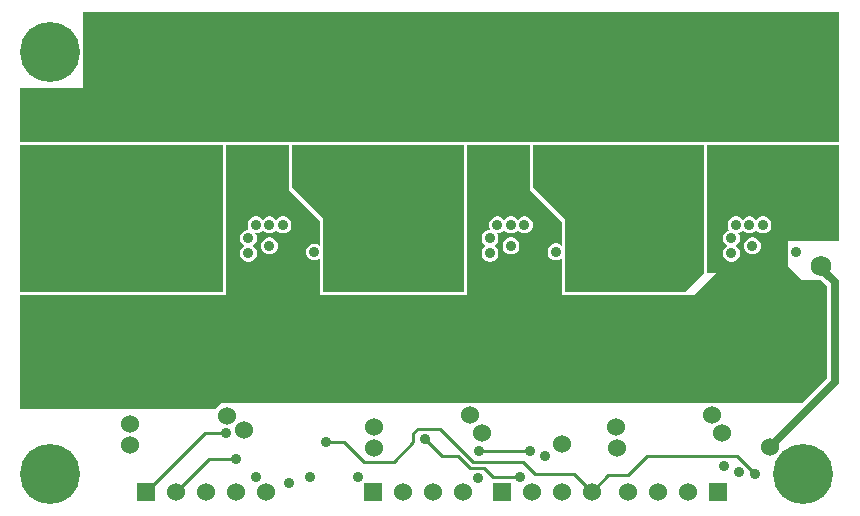
<source format=gbr>
G04 start of page 4 for group 2 idx 2 *
G04 Title: power, signal3 *
G04 Creator: pcb 20140316 *
G04 CreationDate: Tue 06 Jun 2017 06:55:07 AM GMT UTC *
G04 For: brian *
G04 Format: Gerber/RS-274X *
G04 PCB-Dimensions (mil): 6000.00 5000.00 *
G04 PCB-Coordinate-Origin: lower left *
%MOIN*%
%FSLAX25Y25*%
%LNGROUP2*%
%ADD64C,0.0485*%
%ADD63C,0.1770*%
%ADD62C,0.0380*%
%ADD61C,0.0118*%
%ADD60C,0.0200*%
%ADD59C,0.0350*%
%ADD58C,0.0360*%
%ADD57C,0.0685*%
%ADD56C,0.2000*%
%ADD55C,0.0600*%
%ADD54C,0.0318*%
%ADD53C,0.0250*%
%ADD52C,0.0550*%
%ADD51C,0.0100*%
%ADD50C,0.0001*%
G54D50*G36*
X354000Y393000D02*X81000D01*
Y411000D01*
X102000D01*
Y436500D01*
X354000D01*
Y393000D01*
G37*
G36*
X341500Y347000D02*X348000D01*
X350000Y345000D01*
Y314500D01*
X341500Y306000D01*
X148000D01*
X146000Y304000D01*
X81000D01*
Y342000D01*
X305500D01*
X315500Y352000D01*
X336500D01*
X341500Y347000D01*
G37*
G36*
X171500Y378000D02*Y392000D01*
X229000D01*
Y343000D01*
X182000D01*
Y367500D01*
X171500Y378000D01*
G37*
G36*
X81000Y343000D02*Y392000D01*
X148500D01*
Y343000D01*
X81000D01*
G37*
G36*
X163996Y392000D02*X170500D01*
Y377000D01*
X181000Y366500D01*
Y358411D01*
X180986Y358427D01*
X180651Y358713D01*
X180275Y358943D01*
X179868Y359112D01*
X179439Y359215D01*
X179000Y359250D01*
X178561Y359215D01*
X178132Y359112D01*
X177725Y358943D01*
X177349Y358713D01*
X177014Y358427D01*
X176728Y358092D01*
X176497Y357716D01*
X176329Y357309D01*
X176226Y356880D01*
X176191Y356441D01*
X176226Y356002D01*
X176329Y355573D01*
X176497Y355166D01*
X176728Y354790D01*
X177014Y354455D01*
X177349Y354169D01*
X177725Y353938D01*
X178132Y353770D01*
X178561Y353667D01*
X179000Y353632D01*
X179439Y353667D01*
X179868Y353770D01*
X180275Y353938D01*
X180651Y354169D01*
X180986Y354455D01*
X181000Y354471D01*
Y342000D01*
X163996D01*
Y355692D01*
X164000Y355691D01*
X164439Y355726D01*
X164868Y355829D01*
X165275Y355997D01*
X165651Y356228D01*
X165986Y356514D01*
X166272Y356849D01*
X166503Y357225D01*
X166671Y357632D01*
X166774Y358061D01*
X166800Y358500D01*
X166774Y358939D01*
X166671Y359368D01*
X166503Y359775D01*
X166272Y360151D01*
X165986Y360486D01*
X165651Y360772D01*
X165275Y361003D01*
X164868Y361171D01*
X164439Y361274D01*
X164000Y361309D01*
X163996Y361308D01*
Y362692D01*
X164000Y362691D01*
X164439Y362726D01*
X164868Y362829D01*
X165275Y362997D01*
X165651Y363228D01*
X165986Y363514D01*
X166250Y363823D01*
X166514Y363514D01*
X166849Y363228D01*
X167225Y362997D01*
X167632Y362829D01*
X168061Y362726D01*
X168500Y362691D01*
X168939Y362726D01*
X169368Y362829D01*
X169775Y362997D01*
X170151Y363228D01*
X170486Y363514D01*
X170772Y363849D01*
X171003Y364225D01*
X171171Y364632D01*
X171274Y365061D01*
X171300Y365500D01*
X171274Y365939D01*
X171171Y366368D01*
X171003Y366775D01*
X170772Y367151D01*
X170486Y367486D01*
X170151Y367772D01*
X169775Y368003D01*
X169368Y368171D01*
X168939Y368274D01*
X168500Y368309D01*
X168061Y368274D01*
X167632Y368171D01*
X167225Y368003D01*
X166849Y367772D01*
X166514Y367486D01*
X166250Y367177D01*
X165986Y367486D01*
X165651Y367772D01*
X165275Y368003D01*
X164868Y368171D01*
X164439Y368274D01*
X164000Y368309D01*
X163996Y368308D01*
Y392000D01*
G37*
G36*
X149500Y342000D02*Y392000D01*
X163996D01*
Y368308D01*
X163561Y368274D01*
X163132Y368171D01*
X162725Y368003D01*
X162349Y367772D01*
X162014Y367486D01*
X161750Y367177D01*
X161486Y367486D01*
X161151Y367772D01*
X160775Y368003D01*
X160368Y368171D01*
X159939Y368274D01*
X159500Y368309D01*
X159061Y368274D01*
X158632Y368171D01*
X158225Y368003D01*
X157849Y367772D01*
X157514Y367486D01*
X157228Y367151D01*
X156997Y366775D01*
X156829Y366368D01*
X156726Y365939D01*
X156691Y365500D01*
X156726Y365061D01*
X156829Y364632D01*
X156997Y364225D01*
X157228Y363849D01*
X157281Y363786D01*
X157000Y363809D01*
X156561Y363774D01*
X156132Y363671D01*
X155725Y363503D01*
X155349Y363272D01*
X155014Y362986D01*
X154728Y362651D01*
X154497Y362275D01*
X154329Y361868D01*
X154226Y361439D01*
X154191Y361000D01*
X154226Y360561D01*
X154329Y360132D01*
X154497Y359725D01*
X154728Y359349D01*
X155014Y359014D01*
X155349Y358728D01*
X155721Y358500D01*
X155349Y358272D01*
X155014Y357986D01*
X154728Y357651D01*
X154497Y357275D01*
X154329Y356868D01*
X154226Y356439D01*
X154191Y356000D01*
X154226Y355561D01*
X154329Y355132D01*
X154497Y354725D01*
X154728Y354349D01*
X155014Y354014D01*
X155349Y353728D01*
X155725Y353497D01*
X156132Y353329D01*
X156561Y353226D01*
X157000Y353191D01*
X157439Y353226D01*
X157868Y353329D01*
X158275Y353497D01*
X158651Y353728D01*
X158986Y354014D01*
X159272Y354349D01*
X159503Y354725D01*
X159671Y355132D01*
X159774Y355561D01*
X159800Y356000D01*
X159774Y356439D01*
X159671Y356868D01*
X159503Y357275D01*
X159272Y357651D01*
X158986Y357986D01*
X158651Y358272D01*
X158279Y358500D01*
X158651Y358728D01*
X158986Y359014D01*
X159272Y359349D01*
X159503Y359725D01*
X159671Y360132D01*
X159774Y360561D01*
X159800Y361000D01*
X159774Y361439D01*
X159671Y361868D01*
X159503Y362275D01*
X159272Y362651D01*
X159219Y362714D01*
X159500Y362691D01*
X159939Y362726D01*
X160368Y362829D01*
X160775Y362997D01*
X161151Y363228D01*
X161486Y363514D01*
X161750Y363823D01*
X162014Y363514D01*
X162349Y363228D01*
X162725Y362997D01*
X163132Y362829D01*
X163561Y362726D01*
X163996Y362692D01*
Y361308D01*
X163561Y361274D01*
X163132Y361171D01*
X162725Y361003D01*
X162349Y360772D01*
X162014Y360486D01*
X161728Y360151D01*
X161497Y359775D01*
X161329Y359368D01*
X161226Y358939D01*
X161191Y358500D01*
X161226Y358061D01*
X161329Y357632D01*
X161497Y357225D01*
X161728Y356849D01*
X162014Y356514D01*
X162349Y356228D01*
X162725Y355997D01*
X163132Y355829D01*
X163561Y355726D01*
X163996Y355692D01*
Y342000D01*
X149500D01*
G37*
G36*
X354000Y392000D02*Y360000D01*
X331500D01*
Y392000D01*
X354000D01*
G37*
G36*
X252000Y378000D02*Y392000D01*
X309000D01*
Y349500D01*
X302500Y343000D01*
X262500D01*
Y367500D01*
X252000Y378000D01*
G37*
G36*
X244496Y392000D02*X251000D01*
Y377000D01*
X261500Y366500D01*
Y358470D01*
X261486Y358486D01*
X261151Y358772D01*
X260775Y359003D01*
X260368Y359171D01*
X259939Y359274D01*
X259500Y359309D01*
X259061Y359274D01*
X258632Y359171D01*
X258225Y359003D01*
X257849Y358772D01*
X257514Y358486D01*
X257228Y358151D01*
X256997Y357775D01*
X256829Y357368D01*
X256726Y356939D01*
X256691Y356500D01*
X256726Y356061D01*
X256829Y355632D01*
X256997Y355225D01*
X257228Y354849D01*
X257514Y354514D01*
X257849Y354228D01*
X258225Y353997D01*
X258632Y353829D01*
X259061Y353726D01*
X259500Y353691D01*
X259939Y353726D01*
X260368Y353829D01*
X260775Y353997D01*
X261151Y354228D01*
X261486Y354514D01*
X261500Y354530D01*
Y342000D01*
X244496D01*
Y355692D01*
X244500Y355691D01*
X244939Y355726D01*
X245368Y355829D01*
X245775Y355997D01*
X246151Y356228D01*
X246486Y356514D01*
X246772Y356849D01*
X247003Y357225D01*
X247171Y357632D01*
X247274Y358061D01*
X247300Y358500D01*
X247274Y358939D01*
X247171Y359368D01*
X247003Y359775D01*
X246772Y360151D01*
X246486Y360486D01*
X246151Y360772D01*
X245775Y361003D01*
X245368Y361171D01*
X244939Y361274D01*
X244500Y361309D01*
X244496Y361308D01*
Y362692D01*
X244500Y362691D01*
X244939Y362726D01*
X245368Y362829D01*
X245775Y362997D01*
X246151Y363228D01*
X246486Y363514D01*
X246750Y363823D01*
X247014Y363514D01*
X247349Y363228D01*
X247725Y362997D01*
X248132Y362829D01*
X248561Y362726D01*
X249000Y362691D01*
X249439Y362726D01*
X249868Y362829D01*
X250275Y362997D01*
X250651Y363228D01*
X250986Y363514D01*
X251272Y363849D01*
X251503Y364225D01*
X251671Y364632D01*
X251774Y365061D01*
X251800Y365500D01*
X251774Y365939D01*
X251671Y366368D01*
X251503Y366775D01*
X251272Y367151D01*
X250986Y367486D01*
X250651Y367772D01*
X250275Y368003D01*
X249868Y368171D01*
X249439Y368274D01*
X249000Y368309D01*
X248561Y368274D01*
X248132Y368171D01*
X247725Y368003D01*
X247349Y367772D01*
X247014Y367486D01*
X246750Y367177D01*
X246486Y367486D01*
X246151Y367772D01*
X245775Y368003D01*
X245368Y368171D01*
X244939Y368274D01*
X244500Y368309D01*
X244496Y368308D01*
Y392000D01*
G37*
G36*
X230000Y342000D02*Y392000D01*
X244496D01*
Y368308D01*
X244061Y368274D01*
X243632Y368171D01*
X243225Y368003D01*
X242849Y367772D01*
X242514Y367486D01*
X242250Y367177D01*
X241986Y367486D01*
X241651Y367772D01*
X241275Y368003D01*
X240868Y368171D01*
X240439Y368274D01*
X240000Y368309D01*
X239561Y368274D01*
X239132Y368171D01*
X238725Y368003D01*
X238349Y367772D01*
X238014Y367486D01*
X237728Y367151D01*
X237497Y366775D01*
X237329Y366368D01*
X237226Y365939D01*
X237191Y365500D01*
X237226Y365061D01*
X237329Y364632D01*
X237497Y364225D01*
X237728Y363849D01*
X237781Y363786D01*
X237500Y363809D01*
X237061Y363774D01*
X236632Y363671D01*
X236225Y363503D01*
X235849Y363272D01*
X235514Y362986D01*
X235228Y362651D01*
X234997Y362275D01*
X234829Y361868D01*
X234726Y361439D01*
X234691Y361000D01*
X234726Y360561D01*
X234829Y360132D01*
X234997Y359725D01*
X235228Y359349D01*
X235514Y359014D01*
X235849Y358728D01*
X236221Y358500D01*
X235849Y358272D01*
X235514Y357986D01*
X235228Y357651D01*
X234997Y357275D01*
X234829Y356868D01*
X234726Y356439D01*
X234691Y356000D01*
X234726Y355561D01*
X234829Y355132D01*
X234997Y354725D01*
X235228Y354349D01*
X235514Y354014D01*
X235849Y353728D01*
X236225Y353497D01*
X236632Y353329D01*
X237061Y353226D01*
X237500Y353191D01*
X237939Y353226D01*
X238368Y353329D01*
X238775Y353497D01*
X239151Y353728D01*
X239486Y354014D01*
X239772Y354349D01*
X240003Y354725D01*
X240171Y355132D01*
X240274Y355561D01*
X240300Y356000D01*
X240274Y356439D01*
X240171Y356868D01*
X240003Y357275D01*
X239772Y357651D01*
X239486Y357986D01*
X239151Y358272D01*
X238779Y358500D01*
X239151Y358728D01*
X239486Y359014D01*
X239772Y359349D01*
X240003Y359725D01*
X240171Y360132D01*
X240274Y360561D01*
X240300Y361000D01*
X240274Y361439D01*
X240171Y361868D01*
X240003Y362275D01*
X239772Y362651D01*
X239719Y362714D01*
X240000Y362691D01*
X240439Y362726D01*
X240868Y362829D01*
X241275Y362997D01*
X241651Y363228D01*
X241986Y363514D01*
X242250Y363823D01*
X242514Y363514D01*
X242849Y363228D01*
X243225Y362997D01*
X243632Y362829D01*
X244061Y362726D01*
X244496Y362692D01*
Y361308D01*
X244061Y361274D01*
X243632Y361171D01*
X243225Y361003D01*
X242849Y360772D01*
X242514Y360486D01*
X242228Y360151D01*
X241997Y359775D01*
X241829Y359368D01*
X241726Y358939D01*
X241691Y358500D01*
X241726Y358061D01*
X241829Y357632D01*
X241997Y357225D01*
X242228Y356849D01*
X242514Y356514D01*
X242849Y356228D01*
X243225Y355997D01*
X243632Y355829D01*
X244061Y355726D01*
X244496Y355692D01*
Y342000D01*
X230000D01*
G37*
G36*
X324996Y392000D02*X333500D01*
Y369303D01*
X332848Y368652D01*
X332457Y368211D01*
X332148Y367708D01*
X331923Y367162D01*
X331785Y366588D01*
X331738Y366000D01*
X331785Y365412D01*
X331923Y364838D01*
X332148Y364292D01*
X332457Y363789D01*
X332840Y363340D01*
X333289Y362957D01*
X333500Y362828D01*
Y349500D01*
X324996D01*
Y355692D01*
X325000Y355691D01*
X325439Y355726D01*
X325868Y355829D01*
X326275Y355997D01*
X326651Y356228D01*
X326986Y356514D01*
X327272Y356849D01*
X327503Y357225D01*
X327671Y357632D01*
X327774Y358061D01*
X327800Y358500D01*
X327774Y358939D01*
X327671Y359368D01*
X327503Y359775D01*
X327272Y360151D01*
X326986Y360486D01*
X326651Y360772D01*
X326275Y361003D01*
X325868Y361171D01*
X325439Y361274D01*
X325000Y361309D01*
X324996Y361308D01*
Y362882D01*
X325275Y362997D01*
X325651Y363228D01*
X325986Y363514D01*
X326250Y363823D01*
X326514Y363514D01*
X326849Y363228D01*
X327225Y362997D01*
X327632Y362829D01*
X328061Y362726D01*
X328500Y362691D01*
X328939Y362726D01*
X329368Y362829D01*
X329775Y362997D01*
X330151Y363228D01*
X330486Y363514D01*
X330772Y363849D01*
X331003Y364225D01*
X331171Y364632D01*
X331274Y365061D01*
X331300Y365500D01*
X331274Y365939D01*
X331171Y366368D01*
X331003Y366775D01*
X330772Y367151D01*
X330486Y367486D01*
X330151Y367772D01*
X329775Y368003D01*
X329368Y368171D01*
X328939Y368274D01*
X328500Y368309D01*
X328061Y368274D01*
X327632Y368171D01*
X327225Y368003D01*
X326849Y367772D01*
X326514Y367486D01*
X326250Y367177D01*
X325986Y367486D01*
X325651Y367772D01*
X325275Y368003D01*
X324996Y368118D01*
Y392000D01*
G37*
G36*
X310000Y349500D02*Y392000D01*
X324996D01*
Y368118D01*
X324868Y368171D01*
X324439Y368274D01*
X324000Y368309D01*
X323561Y368274D01*
X323132Y368171D01*
X322725Y368003D01*
X322349Y367772D01*
X322014Y367486D01*
X321750Y367177D01*
X321486Y367486D01*
X321151Y367772D01*
X320775Y368003D01*
X320368Y368171D01*
X319939Y368274D01*
X319500Y368309D01*
X319061Y368274D01*
X318632Y368171D01*
X318225Y368003D01*
X317849Y367772D01*
X317514Y367486D01*
X317228Y367151D01*
X316997Y366775D01*
X316829Y366368D01*
X316726Y365939D01*
X316691Y365500D01*
X316726Y365061D01*
X316829Y364632D01*
X316997Y364225D01*
X317228Y363849D01*
X317338Y363721D01*
X317132Y363671D01*
X316725Y363503D01*
X316349Y363272D01*
X316014Y362986D01*
X315728Y362651D01*
X315497Y362275D01*
X315329Y361868D01*
X315226Y361439D01*
X315191Y361000D01*
X315226Y360561D01*
X315329Y360132D01*
X315497Y359725D01*
X315728Y359349D01*
X316014Y359014D01*
X316349Y358728D01*
X316721Y358500D01*
X316349Y358272D01*
X316014Y357986D01*
X315728Y357651D01*
X315497Y357275D01*
X315329Y356868D01*
X315226Y356439D01*
X315191Y356000D01*
X315226Y355561D01*
X315329Y355132D01*
X315497Y354725D01*
X315728Y354349D01*
X316014Y354014D01*
X316349Y353728D01*
X316725Y353497D01*
X317132Y353329D01*
X317561Y353226D01*
X318000Y353191D01*
X318439Y353226D01*
X318868Y353329D01*
X319275Y353497D01*
X319651Y353728D01*
X319986Y354014D01*
X320272Y354349D01*
X320503Y354725D01*
X320671Y355132D01*
X320774Y355561D01*
X320800Y356000D01*
X320774Y356439D01*
X320671Y356868D01*
X320503Y357275D01*
X320272Y357651D01*
X319986Y357986D01*
X319651Y358272D01*
X319279Y358500D01*
X319651Y358728D01*
X319986Y359014D01*
X320272Y359349D01*
X320503Y359725D01*
X320671Y360132D01*
X320774Y360561D01*
X320800Y361000D01*
X320774Y361439D01*
X320671Y361868D01*
X320503Y362275D01*
X320272Y362651D01*
X320162Y362779D01*
X320368Y362829D01*
X320775Y362997D01*
X321151Y363228D01*
X321486Y363514D01*
X321750Y363823D01*
X322014Y363514D01*
X322349Y363228D01*
X322725Y362997D01*
X323132Y362829D01*
X323561Y362726D01*
X324000Y362691D01*
X324439Y362726D01*
X324868Y362829D01*
X324996Y362882D01*
Y361308D01*
X324561Y361274D01*
X324132Y361171D01*
X323725Y361003D01*
X323349Y360772D01*
X323014Y360486D01*
X322728Y360151D01*
X322497Y359775D01*
X322329Y359368D01*
X322226Y358939D01*
X322191Y358500D01*
X322226Y358061D01*
X322329Y357632D01*
X322497Y357225D01*
X322728Y356849D01*
X323014Y356514D01*
X323349Y356228D01*
X323725Y355997D01*
X324132Y355829D01*
X324561Y355726D01*
X324996Y355692D01*
Y349500D01*
X310000D01*
G37*
G54D51*X154000Y287500D02*X144000D01*
X133000Y276500D01*
X149000Y296000D02*X142500D01*
X123000Y276500D02*X142500Y296000D01*
X247500Y281500D02*X238500D01*
X252500Y282500D02*X248500Y286500D01*
X216000Y294000D02*X221500Y288500D01*
X221000Y297500D02*X213500D01*
X212000Y296000D01*
Y293000D01*
X221500Y288500D02*X227000D01*
X232000Y286500D02*X221000Y297500D01*
X265500Y282500D02*X252500D01*
X238500Y281500D02*X235500Y284500D01*
X231000D01*
X227000Y288500D01*
X248500Y286500D02*X232000D01*
X251000Y290000D02*X234000D01*
X212000Y293000D02*X205500Y286500D01*
X195500D01*
X189000Y293000D01*
X183000D01*
G54D52*X347000Y381264D02*Y374236D01*
X343736D01*
X335500Y366000D01*
G54D53*X331000Y291500D02*X352500Y313000D01*
G54D52*X334000Y366000D02*Y335500D01*
G54D53*X352500Y313000D02*Y346236D01*
X347000Y351736D01*
G54D51*X290000Y288500D02*X283500Y282000D01*
X277000D01*
X271500Y276500D01*
X326000Y282500D02*X320000Y288500D01*
X290000D02*X320000D01*
X271500Y276500D02*X265500Y282500D01*
G54D54*X192827Y429905D03*
X197551D03*
X202276D03*
X192827Y425181D03*
Y420456D03*
Y415732D03*
X197551Y425181D03*
Y420456D03*
Y415732D03*
Y411008D03*
X202276D03*
X207000D03*
X211724D03*
X207000Y429905D03*
X211724D03*
X216449D03*
X221173D03*
X202276Y425181D03*
Y420456D03*
X207000D03*
X211724D03*
X216449D03*
X221173D03*
X207000Y425181D03*
X211724D03*
X216449D03*
X221173D03*
X202276Y415732D03*
X207000D03*
X211724D03*
X216449D03*
X221173D03*
Y411008D03*
X216449D03*
X192827D03*
Y365905D03*
Y347008D03*
G54D50*G36*
X195500Y279500D02*Y273500D01*
X201500D01*
Y279500D01*
X195500D01*
G37*
G54D55*X208500Y276500D03*
X218500D03*
X228500D03*
G54D54*X197551Y365905D03*
X202276D03*
X207000D03*
X211724D03*
X216449D03*
X221173D03*
X202276Y361181D03*
Y356456D03*
X207000D03*
X211724D03*
X216449D03*
X221173D03*
X207000Y361181D03*
X211724D03*
X216449D03*
X221173D03*
X192827D03*
Y356456D03*
Y351732D03*
X197551Y361181D03*
Y356456D03*
Y351732D03*
X202276D03*
X207000D03*
X211724D03*
X216449D03*
X221173D03*
X197551Y347008D03*
X202276D03*
X207000D03*
X211724D03*
X216449D03*
X221173D03*
X273327Y429905D03*
X278051D03*
X282776D03*
X273327Y425181D03*
Y420456D03*
Y415732D03*
X278051Y425181D03*
Y420456D03*
Y415732D03*
Y411008D03*
X282776D03*
X287500D03*
X292224D03*
X287500Y429905D03*
X292224D03*
X296949D03*
X301673D03*
X282776Y425181D03*
Y420456D03*
X287500D03*
X292224D03*
X296949D03*
X301673D03*
X287500Y425181D03*
X292224D03*
X296949D03*
X301673D03*
X282776Y415732D03*
X287500D03*
X292224D03*
X296949D03*
X301673D03*
Y411008D03*
X296949D03*
X273327D03*
Y365905D03*
Y347008D03*
X278051Y365905D03*
X282776D03*
X287500D03*
X292224D03*
X296949D03*
X301673D03*
X282776Y361181D03*
Y356456D03*
X287500D03*
X292224D03*
X296949D03*
X301673D03*
X287500Y361181D03*
X292224D03*
X296949D03*
X301673D03*
G54D55*X293500Y276500D03*
X283500D03*
G54D50*G36*
X238500Y279500D02*Y273500D01*
X244500D01*
Y279500D01*
X238500D01*
G37*
G54D55*X251500Y276500D03*
X261500D03*
X271500D03*
G54D54*X273327Y361181D03*
Y356456D03*
Y351732D03*
X278051Y361181D03*
Y356456D03*
Y351732D03*
X282776D03*
X287500D03*
X292224D03*
X296949D03*
X301673D03*
X278051Y347008D03*
X282776D03*
X287500D03*
X292224D03*
X296949D03*
X301673D03*
G54D50*G36*
X310500Y279500D02*Y273500D01*
X316500D01*
Y279500D01*
X310500D01*
G37*
G54D56*X342000Y282500D03*
G54D55*X303500Y276500D03*
G54D57*X348000Y351736D03*
Y381264D03*
Y403764D03*
Y374236D03*
G54D54*X112327Y429905D03*
X117051D03*
X121776D03*
X112327Y425181D03*
Y420456D03*
Y415732D03*
X117051Y425181D03*
Y420456D03*
Y415732D03*
Y411008D03*
X121776D03*
X126500D03*
X131224D03*
X126500Y429905D03*
X131224D03*
X135949D03*
X140673D03*
X121776Y425181D03*
Y420456D03*
X126500D03*
X131224D03*
X135949D03*
X140673D03*
X126500Y425181D03*
X131224D03*
X135949D03*
X140673D03*
X121776Y415732D03*
X126500D03*
X131224D03*
X135949D03*
X140673D03*
Y411008D03*
X135949D03*
X112327D03*
Y365905D03*
Y347008D03*
G54D56*X91000Y282500D03*
Y423000D03*
G54D50*G36*
X120000Y279500D02*Y273500D01*
X126000D01*
Y279500D01*
X120000D01*
G37*
G54D55*X133000Y276500D03*
X143000D03*
X153000D03*
X163000D03*
G54D54*X117051Y365905D03*
X121776D03*
X126500D03*
X131224D03*
X135949D03*
X140673D03*
X121776Y361181D03*
Y356456D03*
X126500D03*
X131224D03*
X135949D03*
X140673D03*
X126500Y361181D03*
X131224D03*
X135949D03*
X140673D03*
X112327D03*
Y356456D03*
Y351732D03*
X117051Y361181D03*
Y356456D03*
Y351732D03*
X121776D03*
X126500D03*
X131224D03*
X135949D03*
X140673D03*
X117051Y347008D03*
X121776D03*
X126500D03*
X131224D03*
X135949D03*
X140673D03*
G54D55*X199000Y291000D03*
G54D58*X183000Y293000D03*
X170500Y279500D03*
X177500Y281500D03*
X193500D03*
G54D55*X199000Y298000D03*
G54D58*X221500Y312500D03*
G54D55*X231000Y302000D03*
X235000Y296000D03*
G54D58*X216000Y294000D03*
X233500Y281000D03*
X247500Y281500D03*
X251000Y290000D03*
X256000Y288500D03*
G54D55*X261500Y292500D03*
G54D58*X234000Y290000D03*
X199000Y332500D03*
X197000Y336000D03*
X201000D03*
X215000Y332500D03*
X223000D03*
X228500Y329000D03*
Y325000D03*
Y321000D03*
X227500Y317000D03*
X246500D03*
X251500D03*
X256500D03*
X254000Y314000D03*
X249000D03*
X207000Y332500D03*
X205000Y336000D03*
X209000D03*
X213000D03*
X217000D03*
X221000D03*
X249000Y320000D03*
X254000D03*
X251500Y323000D03*
X219500Y316500D03*
X211500D03*
X203500D03*
X195500D03*
X166000Y317000D03*
X171000D03*
Y323000D03*
X176000Y317000D03*
X173500Y314000D03*
Y320000D03*
X168500Y314000D03*
Y320000D03*
X196000Y379000D03*
X199500Y375500D03*
X192500D03*
X203000Y379000D03*
X210000D03*
X217000D03*
X224000D03*
X206500Y375500D03*
X213500D03*
X220500D03*
X179000Y356441D03*
X240000Y365500D03*
X244500D03*
X249000D03*
X259500Y356500D03*
X244500Y358500D03*
X237500Y356000D03*
Y361000D03*
G54D55*X279500Y298000D03*
G54D58*X292000Y316500D03*
X284000D03*
X276000D03*
X293500Y336000D03*
G54D55*X280000Y291000D03*
G54D58*X295500Y332500D03*
X303500D03*
X309000Y329000D03*
Y325000D03*
Y321000D03*
X300000Y316500D03*
X302000Y312500D03*
X297500Y336000D03*
X301500D03*
X279500Y332500D03*
X287500D03*
X277500Y336000D03*
X281500D03*
X285500D03*
X289500D03*
X308000Y317000D03*
G54D55*X311500Y302000D03*
X315000Y296000D03*
G54D58*X315500Y285000D03*
X320500Y283000D03*
X344500Y312000D03*
X342000Y315000D03*
X339500Y312000D03*
X347000Y315000D03*
X327000D03*
X337000D03*
X332000D03*
X334500Y312000D03*
X329500D03*
Y318000D03*
G54D55*X331000Y291500D03*
G54D58*X326000Y282500D03*
X334500Y318000D03*
X339500D03*
X344500D03*
X276500Y379000D03*
X280000Y375500D03*
X283500Y379000D03*
X273000Y375500D03*
X287000D03*
X290500Y379000D03*
X294000Y375500D03*
X297500Y379000D03*
X301000Y375500D03*
X304500Y379000D03*
X325000Y358500D03*
X319500Y365500D03*
X324000D03*
X328500D03*
X318000Y361000D03*
Y356000D03*
X339500Y356500D03*
X310500Y434500D03*
Y430500D03*
Y426500D03*
X314500Y434500D03*
Y430500D03*
Y426500D03*
X351500Y433500D03*
Y426000D03*
Y418500D03*
Y411500D03*
X147000Y317000D03*
G54D55*X117500Y292000D03*
Y299000D03*
G54D58*X139000Y316500D03*
X131000D03*
X123000D03*
X115000D03*
X141000Y312500D03*
G54D55*X150000Y301882D03*
X155500Y297000D03*
G54D58*X153000Y287500D03*
X159500Y281500D03*
X149500Y296000D03*
X118500Y332500D03*
X116500Y336000D03*
X120500D03*
X124500D03*
X148000Y329000D03*
Y325000D03*
Y321000D03*
X126500Y332500D03*
X134500D03*
X142500D03*
X128500Y336000D03*
X132500D03*
X136500D03*
X140500D03*
X115500Y379000D03*
X119000Y375500D03*
X122500Y379000D03*
X112000Y375500D03*
X126000D03*
X129500Y379000D03*
X133000Y375500D03*
X136500Y379000D03*
X143500D03*
X140000Y375500D03*
X159500Y365500D03*
X164000D03*
X168500D03*
X164000Y358500D03*
X157000Y361000D03*
Y356000D03*
G54D59*G54D60*G54D59*G54D60*G54D59*G54D60*G54D59*G54D60*G54D59*G54D60*G54D59*G54D60*G54D59*G54D60*G54D59*G54D60*G54D59*G54D60*G54D59*G54D60*G54D61*G54D62*G54D61*G54D62*G54D61*G54D62*G54D63*G54D62*G54D64*G54D61*G54D63*G54D62*G54D61*M02*

</source>
